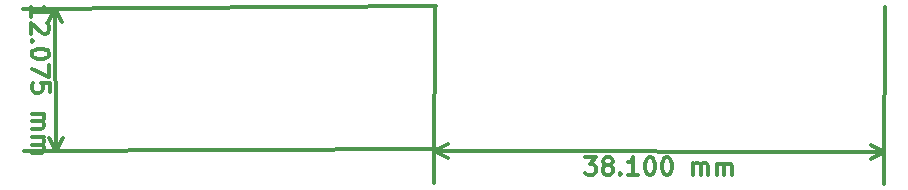
<source format=gbr>
G04 #@! TF.FileFunction,Other,User*
%FSLAX46Y46*%
G04 Gerber Fmt 4.6, Leading zero omitted, Abs format (unit mm)*
G04 Created by KiCad (PCBNEW 4.0.7) date Monday, 12 '12e' March '12e' 2018, 16:25:27*
%MOMM*%
%LPD*%
G01*
G04 APERTURE LIST*
%ADD10C,0.100000*%
%ADD11C,0.300000*%
G04 APERTURE END LIST*
D10*
D11*
X113370771Y-67451330D02*
X114299338Y-67453767D01*
X113797840Y-68023882D01*
X114012126Y-68024444D01*
X114154795Y-68096248D01*
X114226036Y-68167863D01*
X114297089Y-68310907D01*
X114296151Y-68668049D01*
X114224349Y-68810718D01*
X114152732Y-68881959D01*
X114009688Y-68953012D01*
X113581118Y-68951887D01*
X113438449Y-68880085D01*
X113367209Y-68808468D01*
X115154791Y-68098873D02*
X115012121Y-68027069D01*
X114940881Y-67955453D01*
X114869827Y-67812409D01*
X114870015Y-67740981D01*
X114941818Y-67598312D01*
X115013433Y-67527071D01*
X115156478Y-67456017D01*
X115442191Y-67456767D01*
X115584861Y-67528570D01*
X115656102Y-67600187D01*
X115727155Y-67743231D01*
X115726967Y-67814658D01*
X115655164Y-67957327D01*
X115583548Y-68028569D01*
X115440504Y-68099623D01*
X115154791Y-68098873D01*
X115011746Y-68169925D01*
X114940131Y-68241167D01*
X114868327Y-68383836D01*
X114867577Y-68669549D01*
X114938631Y-68812593D01*
X115009871Y-68884209D01*
X115152541Y-68956012D01*
X115438254Y-68956762D01*
X115581298Y-68885709D01*
X115652915Y-68814468D01*
X115724717Y-68671798D01*
X115725467Y-68386085D01*
X115654415Y-68243041D01*
X115583173Y-68171425D01*
X115440504Y-68099623D01*
X116367197Y-68816342D02*
X116438438Y-68887958D01*
X116366822Y-68959199D01*
X116295581Y-68887584D01*
X116367197Y-68816342D01*
X116366822Y-68959199D01*
X117866817Y-68963136D02*
X117009677Y-68960886D01*
X117438248Y-68962011D02*
X117442185Y-67462016D01*
X117298766Y-67675926D01*
X117155533Y-67818408D01*
X117012489Y-67889462D01*
X118799322Y-67465578D02*
X118942178Y-67465953D01*
X119084847Y-67537757D01*
X119156089Y-67609373D01*
X119227143Y-67752417D01*
X119297820Y-68038317D01*
X119296883Y-68395459D01*
X119224705Y-68680985D01*
X119152902Y-68823654D01*
X119081285Y-68894895D01*
X118938241Y-68965948D01*
X118795385Y-68965573D01*
X118652716Y-68893770D01*
X118581475Y-68822154D01*
X118510422Y-68679110D01*
X118439743Y-68393210D01*
X118440680Y-68036068D01*
X118512859Y-67750542D01*
X118584662Y-67607873D01*
X118656278Y-67536632D01*
X118799322Y-67465578D01*
X120227888Y-67469328D02*
X120370745Y-67469703D01*
X120513414Y-67541506D01*
X120584655Y-67613123D01*
X120655709Y-67756167D01*
X120726386Y-68042067D01*
X120725449Y-68399209D01*
X120653271Y-68684734D01*
X120581468Y-68827403D01*
X120509852Y-68898645D01*
X120366808Y-68969697D01*
X120223951Y-68969322D01*
X120081282Y-68897520D01*
X120010041Y-68825904D01*
X119938988Y-68682860D01*
X119868309Y-68396959D01*
X119869246Y-68039817D01*
X119941425Y-67754292D01*
X120013228Y-67611623D01*
X120084844Y-67540381D01*
X120227888Y-67469328D01*
X122509657Y-68975322D02*
X122512282Y-67975325D01*
X122511907Y-68118183D02*
X122583522Y-68046941D01*
X122726567Y-67975888D01*
X122940851Y-67976450D01*
X123083520Y-68048254D01*
X123154574Y-68191298D01*
X123152512Y-68977009D01*
X123154574Y-68191298D02*
X123226378Y-68048629D01*
X123369422Y-67977575D01*
X123583706Y-67978137D01*
X123726376Y-68049941D01*
X123797429Y-68192985D01*
X123795367Y-68978696D01*
X124509650Y-68980571D02*
X124512275Y-67980574D01*
X124511900Y-68123432D02*
X124583515Y-68052191D01*
X124726560Y-67981137D01*
X124940844Y-67981699D01*
X125083513Y-68053503D01*
X125154567Y-68196547D01*
X125152505Y-68982258D01*
X125154567Y-68196547D02*
X125226371Y-68053878D01*
X125369415Y-67982824D01*
X125583699Y-67983387D01*
X125726369Y-68055190D01*
X125797422Y-68198234D01*
X125795360Y-68983946D01*
X100607850Y-66889259D02*
X138707850Y-66989259D01*
X100640000Y-54640000D02*
X100600763Y-69589250D01*
X138740000Y-54740000D02*
X138700763Y-69689250D01*
X138707850Y-66989259D02*
X137579811Y-67572721D01*
X138707850Y-66989259D02*
X137582889Y-66399884D01*
X100607850Y-66889259D02*
X101732811Y-67478634D01*
X100607850Y-66889259D02*
X101735889Y-66305797D01*
X66488523Y-55558385D02*
X66483199Y-54701259D01*
X66485861Y-55129822D02*
X67985832Y-55120506D01*
X67770663Y-54978982D01*
X67626921Y-54837014D01*
X67554606Y-54694604D01*
X67849188Y-56121373D02*
X67921059Y-56192357D01*
X67993374Y-56334767D01*
X67995592Y-56691903D01*
X67925052Y-56835201D01*
X67854068Y-56907073D01*
X67711657Y-56979386D01*
X67568803Y-56980274D01*
X67354077Y-56910178D01*
X66491628Y-56058375D01*
X66497395Y-56986928D01*
X66644243Y-57628886D02*
X66573259Y-57700756D01*
X66501388Y-57629773D01*
X66572371Y-57557902D01*
X66644243Y-57628886D01*
X66501388Y-57629773D01*
X68007570Y-58620437D02*
X68008458Y-58763291D01*
X67937917Y-58906589D01*
X67866933Y-58978461D01*
X67724523Y-59050775D01*
X67439258Y-59123977D01*
X67082122Y-59126195D01*
X66795970Y-59056543D01*
X66652672Y-58986003D01*
X66580801Y-58915019D01*
X66508487Y-58772608D01*
X66507599Y-58629754D01*
X66578139Y-58486456D01*
X66649123Y-58414585D01*
X66791533Y-58342271D01*
X67076798Y-58269068D01*
X67433934Y-58266850D01*
X67720086Y-58336503D01*
X67863384Y-58407043D01*
X67935256Y-58478027D01*
X68007570Y-58620437D01*
X68013782Y-59620418D02*
X68019993Y-60620399D01*
X66516029Y-59986871D01*
X68027978Y-61906088D02*
X68023542Y-61191816D01*
X67308826Y-61124824D01*
X67380696Y-61195808D01*
X67453011Y-61338219D01*
X67455229Y-61695355D01*
X67384689Y-61838653D01*
X67313706Y-61910524D01*
X67171295Y-61982838D01*
X66814159Y-61985056D01*
X66670861Y-61914517D01*
X66598990Y-61843533D01*
X66526676Y-61701122D01*
X66524458Y-61343986D01*
X66594997Y-61200688D01*
X66665981Y-61128817D01*
X66539542Y-63772511D02*
X67539523Y-63766299D01*
X67396667Y-63767187D02*
X67468539Y-63838170D01*
X67540854Y-63980581D01*
X67542185Y-64194862D01*
X67471644Y-64338160D01*
X67329234Y-64410475D01*
X66543535Y-64415355D01*
X67329234Y-64410475D02*
X67472532Y-64481015D01*
X67544846Y-64623426D01*
X67546177Y-64837707D01*
X67475637Y-64981006D01*
X67333226Y-65053320D01*
X66547528Y-65058200D01*
X66551964Y-65772472D02*
X67551945Y-65766261D01*
X67409090Y-65767148D02*
X67480961Y-65838131D01*
X67553276Y-65980543D01*
X67554607Y-66194824D01*
X67484066Y-66338122D01*
X67341656Y-66410436D01*
X66555957Y-66415317D01*
X67341656Y-66410436D02*
X67484954Y-66480977D01*
X67557269Y-66623387D01*
X67558600Y-66837668D01*
X67488059Y-66980967D01*
X67345649Y-67053281D01*
X66559950Y-67058161D01*
X68512828Y-54865324D02*
X68587828Y-66940324D01*
X100765000Y-54665000D02*
X65812880Y-54882094D01*
X100840000Y-66740000D02*
X65887880Y-66957094D01*
X68587828Y-66940324D02*
X67994422Y-65817484D01*
X68587828Y-66940324D02*
X69167241Y-65810200D01*
X68512828Y-54865324D02*
X67933415Y-55995448D01*
X68512828Y-54865324D02*
X69106234Y-55988164D01*
M02*

</source>
